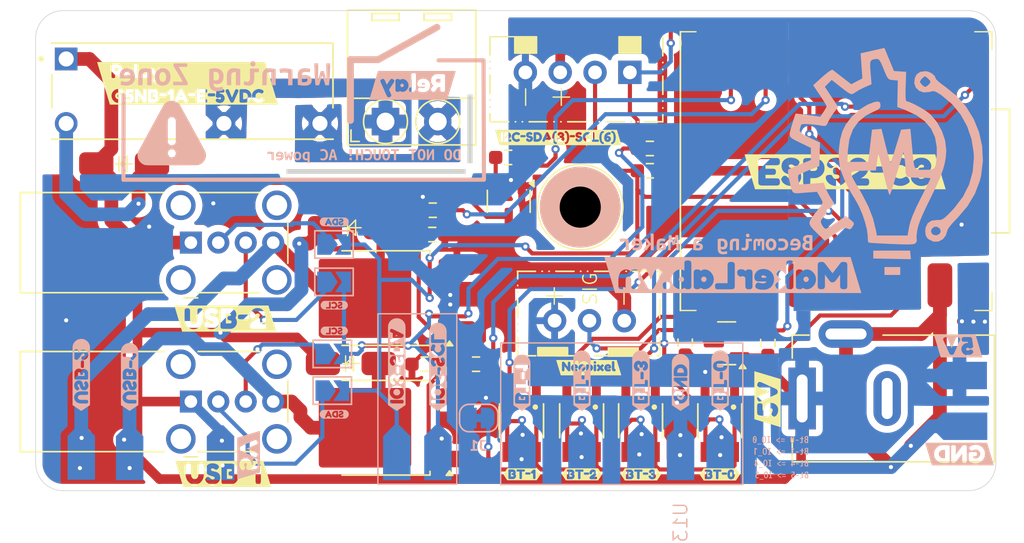
<source format=kicad_pcb>
(kicad_pcb (version 20240108) (generator "pcbnew") (generator_version "8.0")
  (layers (0 "F.Cu" signal) (31 "B.Cu" signal) (34 "B.Paste" user) (35 "F.Paste" user) (36 "B.SilkS" user "B.Silkscreen") (37 "F.SilkS" user "F.Silkscreen") (38 "B.Mask" user) (39 "F.Mask" user) (44 "Edge.Cuts" user))
  (net 0 "")
  (net 3 "GND")
  (net 4 "GPIO_10_Neopixel")
  (net 5 "GPIO_4")
  (net 6 "GPIO_21")
  (net 7 "GPIO_1")
  (net 8 "GPIO_0")
  (net 9 "GPIO_2")
  (net 10 "GPIO_20")
  (net 11 "Net-(J1-D-)")
  (net 12 "Net-(J1-D+)")
  (net 13 "Net-(D1-A)")
  (net 14 "Net-(D2-A)")
  (net 15 "Net-(D3-A)")
  (net 16 "Net-(J2-D+)")
  (net 17 "Net-(J2-D-)")
  (net 18 "GPIO_7")
  (net 19 "Net-(Q1-G)")
  (net 20 "Net-(Q2-G)")
  (net 21 "Net-(Q4-B)")
  (net 22 "3v3_Esp")
  (net 23 "Net-(J4-5V)")
  (net 24 "5v_power")
  (net 25 "Net-(SEAN_Mtiny_Terminal_3.81-Pin_2)")
  (net 26 "Net-(SEAN_Mtiny_Terminal_3.81-Pin_1)")
  (net 27 "GPIO_6-SCL")
  (net 29 "GPIO_3_SDA")
  (net 30 "GPIO_5")
  (net 39 "GND_Button")
  (footprint "Library:R_0603_1608Metric_Pad0.98x0.95mm_HandSolder" (layer "F.Cu") (at 166.375 104.225 90)
    (property "Reference" "R6" (hide yes))
    (property "Value" "10K")
  )
  (footprint "Library:R_0603_1608Metric_Pad0.98x0.95mm_HandSolder" (layer "F.Cu") (at 141.3455 105.775 180)
    (property "Reference" "R2" (hide yes))
    (property "Value" "10K" (hide yes))
  )
  (footprint "Library:R_0603_1608Metric_Pad0.98x0.95mm_HandSolder" (layer "F.Cu") (at 141.9125 96.325)
    (property "Reference" "R1" (hide yes))
    (property "Value" "10K" (hide yes))
  )
  (footprint "Library:SEAN_RELAY_HF46F" (layer "F.Cu") (at 124.425 85.875)
    (property "Reference" "K1" (hide yes))
    (property "Value" "SEAN_Relay_G5NB" (hide yes))
  )
  (footprint "Library:kibuzzard-66917505" (layer "F.Cu") (at 151.1 89.25)
    (property "Reference" "kibuzzard-66917505" (hide yes))
    (property "Value" "G***" (hide yes))
  )
  (footprint "Library:SEAN_Mtiny_Terminal_3.81" (layer "F.Cu") (at 138.5044 88.0889)
    (property "Reference" "SEAN_Mtiny_Terminal_3.81" (hide yes))
    (property "Value" "SEAN_Mtiny_Terminal_3.81")
  )
  (footprint "Library:SEAN_Diode_1N4007" (layer "F.Cu") (at 135.975 105.725)
    (property "Reference" "D2" (hide yes))
    (property "Value" "SEAN_D")
  )
  (footprint "Library:kibuzzard-66916E00" (layer "F.Cu") (at 126.675501 113.775)
    (property "Reference" "kibuzzard-66916E00" (hide yes))
    (property "Value" "G***" (hide yes))
  )
  (footprint "Library:kibuzzard-66915CF0" (layer "F.Cu") (at 172.01 91.75)
    (property "Reference" "kibuzzard-66915CF0" (hide yes))
    (property "Value" "G***" (hide yes))
  )
  (footprint "Library:SEAN_Diode_1N4007" (layer "F.Cu") (at 136.118 95.825)
    (property "Reference" "D1" (hide yes))
    (property "Value" "SEAN_D")
  )
  (footprint "Library:SEAN_Neopixel" (layer "F.Cu") (at 148.2917 102.604 90)
    (property "Reference" "J4" (hide yes))
    (property "Value" "SEAN_Neopixel")
  )
  (footprint "Library:kibuzzard-669170F7" (layer "F.Cu") (at 157.125 113.809514)
    (property "Reference" "kibuzzard-669170F7" (hide yes))
    (property "Value" "G***" (hide yes))
  )
  (footprint "Library:SEAN_MountingHole_3mm_isolated" (layer "F.Cu") (at 152.7 94.325)
    (property "Reference" "Hold_keep1" (hide yes))
    (property "Value" "MountingHole")
  )
  (footprint "Library:SEAN_Button_4.2x3.3_SMD_V1" (layer "F.Cu") (at 148.425 109.9 -90)
    (property "Reference" "S1" (hide yes))
    (property "Value" "SEAN_Button_4.2x3.3_SMD_V1" (hide yes))
  )
  (footprint "Library:SEAN_USB_A_90" (layer "F.Cu") (at 124.315 96.9125)
    (property "Reference" "J1" (hide yes))
    (property "Value" "SEAN_USB_A_90" (hide yes))
  )
  (footprint "Library:SEAN_Mtiny_I2C" (layer "F.Cu") (at 156.32 84.5015 -90)
    (property "Reference" "J5" (hide yes))
    (property "Value" "SEAN_MTINY_I2C")
  )
  (footprint "Library:kibuzzard-669170D7" (layer "F.Cu") (at 148.45 113.8)
    (property "Reference" "kibuzzard-669170D7" (hide yes))
    (property "Value" "G***" (hide yes))
  )
  (footprint "Library:SOT-23-3" (layer "F.Cu") (at 147.4875 93.9 -90)
    (property "Reference" "Q4" (hide yes))
    (property "Value" "S8050")
  )
  (footprint "Library:kibuzzard-66917101" (layer "F.Cu") (at 162.875 113.810015)
    (property "Reference" "kibuzzard-66917101" (hide yes))
    (property "Value" "G***" (hide yes))
  )
  (footprint "Library:R_0603_1608Metric_Pad0.98x0.95mm_HandSolder" (layer "F.Cu") (at 160.35 104.2 -90)
    (property "Reference" "R9" (hide yes))
    (property "Value" "10K")
  )
  (footprint "Library:R_0603_1608Metric_Pad0.98x0.95mm_HandSolder" (layer "F.Cu") (at 157.775 90.05)
    (property "Reference" "R11" (hide yes))
    (property "Value" "10K")
  )
  (footprint "Library:SEAN_USB_A_90" (layer "F.Cu") (at 124.315 108.5)
    (property "Reference" "J2" (hide yes))
    (property "Value" "SEAN_USB_A_90" (hide yes))
  )
  (footprint "Library:kibuzzard-6691741D" (layer "F.Cu") (at 166.35 108.325 90)
    (property "Reference" "kibuzzard-6691741D" (hide yes))
    (property "Value" "G***" (hide yes))
  )
  (footprint "Library:SEAN_MOSFET_AOD4184" (layer "F.Cu") (at 138.438 110.4075)
    (property "Reference" "Q2" (hide yes))
    (property "Value" "SEAN_MOSFET_AOD4184" (hide yes))
  )
  (footprint "Library:SEAN_Diode_1N4007" (layer "F.Cu") (at 119.45 91.175)
    (property "Reference" "D3" (hide yes))
    (property "Value" "SEAN_D")
  )
  (footprint "Library:SEAN_Button_4.2x3.3_SMD_V1" (layer "F.Cu") (at 157.1 109.9 -90)
    (property "Reference" "S3" (hide yes))
    (property "Value" "SEAN_Button_4.2x3.3_SMD_V1" (hide yes))
  )
  (footprint "Library:SEAN_ESP32-C3_SUPERMINI" (layer "F.Cu") (at 172.57 91.7 -90)
    (property "Reference" "U1" (hide yes))
    (property "Value" "SEAN_ESP32-C3_SUPERMINI" (hide yes))
  )
  (footprint "Library:kibuzzard-66916DF7" (layer "F.Cu") (at 126.825 102.45)
    (property "Reference" "kibuzzard-66916DF7" (hide yes))
    (property "Value" "G***" (hide yes))
  )
  (footprint "Library:kibuzzard-66916E83" (layer "F.Cu") (at 153.321582 106.028291)
    (property "Reference" "kibuzzard-66916E83" (hide yes))
    (property "Value" "G***" (hide yes))
  )
  (footprint "Library:R_0603_1608Metric_Pad0.98x0.95mm_HandSolder" (layer "F.Cu") (at 141.95 94.55)
    (property "Reference" "R4" (hide yes))
    (property "Value" "100")
  )
  (footprint "Library:kibuzzard-669170EF" (layer "F.Cu") (at 152.825 113.804507)
    (property "Reference" "kibuzzard-669170EF" (hide yes))
    (property "Value" "G***" (hide yes))
  )
  (footprint "Library:SEAN_Button_4.2x3.3_SMD_V1" (layer "F.Cu") (at 162.875 109.9 -90)
    (property "Reference" "S4" (hide yes))
    (property "Value" "SEAN_Button_4.2x3.3_SMD_V1" (hide yes))
  )
  (footprint "Library:SEAN_MOSFET_AOD4184" (layer "F.Cu") (at 138.438 100.9575)
    (property "Reference" "Q1" (hide yes))
    (property "Value" "SEAN_MOSFET_AOD4184" (hide yes))
  )
  (footprint "Library:kibuzzard-66915CB6" (layer "F.Cu") (at 124.075 85.3)
    (property "Reference" "kibuzzard-66915CB6" (hide yes))
    (property "Value" "G***" (hide yes))
  )
  (footprint "Library:SEAN_MOSFET_bss138" (layer "F.Cu") (at 163.375 104.25 180)
    (property "Reference" "Q5" (hide yes))
    (property "Value" "SEAN_MOSFET_bss138")
  )
  (footprint "Library:R_0603_1608Metric_Pad0.98x0.95mm_HandSolder" (layer "F.Cu") (at 157.775 91.675)
    (property "Reference" "R7" (hide yes))
    (property "Value" "10K")
  )
  (footprint "Library:SEAN_Button_4.2x3.3_SMD_V1" (layer "F.Cu") (at 152.8 109.9 -90)
    (property "Reference" "S2" (hide yes))
    (property "Value" "SEAN_Button_4.2x3.3_SMD_V1" (hide yes))
  )
  (footprint "Library:R_0603_1608Metric_Pad0.98x0.95mm_HandSolder" (layer "F.Cu") (at 145.1055 105.775)
    (property "Reference" "R5" (hide yes))
    (property "Value" "100")
  )
  (footprint "Library:SEAN_Jack_DC_5,5_uno_" (layer "F.Cu") (at 168.875 108.275 180)
    (property "Reference" "J3" (hide yes))
    (property "Value" "SEAN_Jack_DC_5,5_uno")
  )
  (footprint "Library:R_0603_1608Metric_Pad0.98x0.95mm_HandSolder" (layer "F.Cu") (at 147.45 90.7 180)
    (property "Reference" "R3" (hide yes))
    (property "Value" "4.7K" (hide yes))
  )
  (footprint "Library:Alert" (layer "B.Cu") (at 122.925 88.925 180)
    (property "Reference" "G***" (hide yes))
    (property "Value" "LOGO" (hide yes))
  )
  (footprint "Library:kibuzzard-66915B77" (layer "B.Cu") (at 180.25 104.45 180)
    (property "Reference" "kibuzzard-66915B77" (hide yes))
    (property "Value" "G***" (hide yes))
  )
  (footprint "Library:SEAN_Hand_Solderring" (layer "B.Cu") (at 180.35 106.6)
    (property "Reference" "U5" (hide yes))
    (property "Value" "~" (hide yes))
  )
  (footprint "Library:kibuzzard-66940CA3" (layer "B.Cu") (at 162.6 97 180)
    (property "Reference" "kibuzzard-66940CA3" (hide yes))
    (property "Value" "G***" (hide yes))
  )
  (footprint "Library:SolderJumper-2_P1.3mm_Open_TrianglePad1.0x1.5mm" (layer "B.Cu") (at 134.625 107.7)
    (property "Reference" "JP2" (hide yes))
    (property "Value" "SolderJumper_2_Open")
  )
  (footprint "Library:SEAN_Hand_Solderring" (layer "B.Cu") (at 160.0125 112.225 -90)
    (property "Reference" "U13")
    (property "Value" "~")
  )
  (footprint "Library:kibuzzard-66935D98" (layer "B.Cu") (at 134.767597 95.4 180)
    (property "Reference" "kibuzzard-66935D98" (hide yes))
    (property "Value" "G***" (hide yes))
  )
  (footprint "Library:SEAN_Hand_Solderring" (layer "B.Cu") (at 157.125 112.225 -90)
    (property "Reference" "U4" (hide yes))
    (property "Value" "~" (hide yes))
  )
  (footprint "Library:SEAN_Hand_Solderring" (layer "B.Cu") (at 142.325 112.225 -90)
    (property "Reference" "U12" (hide yes))
    (property "Value" "~")
  )
  (footprint "Library:SEAN_Hand_Solderring" (layer "B.Cu") (at 139.325 112.225 -90)
    (property "Reference" "U11" (hide yes))
    (property "Value" "~")
  )
  (footprint "Library:kibuzzard-66916D4E" (layer "B.Cu") (at 163.825 99.275 180)
    (property "Reference" "kibuzzard-66916D4E" (hide yes))
    (property "Value" "G***" (hide yes))
  )
  (footprint "Library:kibuzzard-669409A1" (layer "B.Cu") (at 145.3 111.7 180)
    (property "Reference" "kibuzzard-669409A1" (hide yes))
    (property "Value" "G***" (hide yes))
  )
  (footprint "Library:SolderJumper-2_P1.3mm_Open_TrianglePad1.0x1.5mm" (layer "B.Cu") (at 134.75 99.775)
    (property "Reference" "JP4" (hide yes))
    (property "Value" "SolderJumper_2_Open")
  )
  (footprint "Library:kibuzzard-66935E99" (layer "B.Cu") (at 126.8 84.775 180)
    (property "Reference" "kibuzzard-66935E99" (hide yes))
    (property "Value" "G***" (hide yes))
  )
  (footprint "Library:kibuzzard-66920A01" (layer "B.Cu") (at 160.0125 107.106497 90)
    (property "Reference" "kibuzzard-66920A01" (hide yes))
    (property "Value" "G***" (hide yes))
  )
  (footprint "Library:SEAN_Hand_Solderring" (layer "B.Cu") (at 162.9 112.225 -90)
    (property "Reference" "U2" (hide yes))
    (property "Value" "~")
  )
  (footprint "Library:SEAN_Hand_Solderring" (layer "B.Cu") (at 148.45 112.225 -90)
    (property "Reference" "U6" (hide yes))
    (property "Value" "~" (hide yes))
  )
  (footprint "Library:SolderJumper-2_P1.3mm_Open_TrianglePad1.0x1.5mm" (layer "B.Cu") (at 134.75 97.05)
    (property "Reference" "JP3" (hide yes))
    (property "Value" "SolderJumper_2_Open")
  )
  (footprint "Library:ONLY_LOGO_MAKERLAB" (layer "B.Cu") (at 174.975 91.025 180)
    (property "Reference" "G***" (hide yes))
    (property "Value" "LOGO" (hide yes))
  )
  (footprint "Library:kibuzzard-66938FC6" (layer "B.Cu") (at 136.925 90.6 180)
    (property "Reference" "kibuzzard-66938FC6" (hide yes))
    (property "Value" "G***" (hide yes))
  )
  (footprint "Library:SolderJumper-2_P1.3mm_Open_TrianglePad1.0x1.5mm" (layer "B.Cu") (at 134.625 105.025)
    (property "Reference" "JP1" (hide yes))
    (property "Value" "SolderJumper_2_Open")
  )
  (footprint "Library:kibuzzard-66935DA9" (layer "B.Cu") (at 134.767597 101.475 180)
    (property "Reference" "kibuzzard-66935DA9" (hide yes))
    (property "Value" "G***" (hide yes))
  )
  (footprint "Library:SEAN_Hand_Solderring" (layer "B.Cu") (at 119.85 112.225 -90)
    (property "Reference" "U9" (hide yes))
    (property "Value" "~" (hide yes))
  )
  (footprint "Library:SolderJumper-2_P1.3mm_Bridged_RoundedPad1.0x1.5mm" (layer "B.Cu") (at 145.3 109.7 180)
    (property "Reference" "JP5" (hide yes))
    (property "Value" "SolderJumper_2_Bridged")
  )
  (footprint "Library:kibuzzard-66915B67" (layer "B.Cu") (at 180.35 112.325 180)
    (property "Reference" "kibuzzard-66915B67" (hide yes))
    (property "Value" "G***" (hide yes))
  )
  (footprint "Library:kibuzzard-66940ABD" (layer "B.Cu") (at 148.45 107.130699 90)
    (property "Reference" "kibuzzard-66940ABD" (hide yes))
    (property "Value" "G***" (hide yes))
  )
  (footprint "Library:kibuzzard-66915BCA" (layer "B.Cu") (at 119.85 106.70521 90)
    (property "Reference" "kibuzzard-66915BCA" (hide yes))
    (property "Value" "G***" (hide yes))
  )
  (footprint "Library:kibuzzard-669206A7" (layer "B.Cu") (at 142.325 105.966416 90)
    (property "Reference" "kibuzzard-669206A7" (hide yes))
    (property "Value" "G***" (hide yes))
  )
  (footprint "Library:SEAN_Hand_Solderring" (layer "B.Cu") (at 152.825 112.225 -90)
    (property "Reference" "U7" (hide yes))
    (property "Value" "~" (hide yes))
  )
  (footprint "Library:kibuzzard-66917287" (layer "B.Cu") (at 128.525 112.4 90)
    (property "Reference" "kibuzzard-66917287" (hide yes))
    (property "Value" "G***" (hide yes))
  )
  (footprint "Library:kibuzzard-66935D98" (layer "B.Cu") (at 134.767597 109.425 180)
    (property "Reference" "kibuzzard-66935D98" (hide yes))
    (property "Value" "G***" (hide yes))
  )
  (footprint "Library:SEAN_Hand_Solderring" (layer "B.Cu") (at 180.375 110.3)
    (property "Reference" "U8" (hide yes))
    (property "Value" "~" (hide yes))
  )
  (footprint "Library:SEAN_Hand_Solderring" (layer "B.Cu") (at 126.475 112.225 -90)
    (property "Reference" "U3" (hide yes))
    (property "Value" "~")
  )
  (footprint "Library:kibuzzard-66920690" (layer "B.Cu") (at 139.325 105.801657 90)
    (property "Reference" "kibuzzard-66920690" (hide yes))
    (property "Value" "G***" (hide yes))
  )
  (footprint "Library:kibuzzard-66915A71" (layer "B.Cu") (at 162.9 106.975 90)
    (property "Reference" "kibuzzard-66915A71" (hide yes))
    (property "Value" "G***" (hide yes))
  )
  (footprint "Library:kibuzzard-66940BD0" (layer "B.Cu") (at 167.3 112.6 180)
    (property "Reference" "kibuzzard-66940BD0" (hide yes))
    (property "Value" "G***" (hide yes))
  )
  (footprint "Library:SEAN_Hand_Solderring" (layer "B.Cu") (at 116.325 112.2 -90)
    (property "Reference" "U10" (hide yes))
    (property "Value" "~" (hide yes))
  )
  (footprint "Library:kibuzzard-66916FF3" (layer "B.Cu") (at 140.475 85.45 180)
    (property "Reference" "kibuzzard-66916FF3" (hide yes))
    (property "Value" "G***" (hide yes))
  )
  (footprint "Library:kibuzzard-66915BD3" (layer "B.Cu") (at 116.325 106.555711 90)
    (property "Reference" "kibuzzard-66915BD3" (hide yes))
    (property "Value" "G***" (hide yes))
  )
  (footprint "Library:kibuzzard-66915A63" (layer "B.Cu") (at 152.825 106.975835 90)
    (property "Reference" "kibuzzard-66915A63" (hide yes))
    (property "Value" "G***" (hide yes))
  )
  (footprint "Library:kibuzzard-66915A6A" (layer "B.Cu") (at 157.125 106.975596 90)
    (property "Reference" "kibuzzard-66915A6A" (hide yes))
    (property "Value" "G***" (hide yes))
  )
  (footprint "Library:kibuzzard-66935DA9" (layer "B.Cu") (at 134.767597 103.35 180)
    (property "Reference" "kibuzzard-66935DA9" (hide yes))
    (property "Value" "G***" (hide yes))
  )
  (gr_line (start 119.409375 86.175) (end 119.4 92.325) (stroke (width 0.3)) (layer "B.SilkS"))
  (gr_line (start 137.9625 83.575) (end 142.25625 81.2125) (stroke (width 0.5)) (layer "B.SilkS"))
  (gr_rect (start 146.9 104.225) (end 164.55 114.55) (stroke (width 0.1)) (fill none) (layer "B.SilkS"))
  (gr_line (start 135.95 83.575) (end 137.9625 83.575) (stroke (width 0.5)) (layer "B.SilkS"))
  (gr_line (start 142.36875 83.625) (end 145.65 83.625) (stroke (width 0.3)) (layer "B.SilkS"))
  (gr_line (start 119.4 92.325) (end 145.625 92.325) (stroke (width 0.3)) (layer "B.SilkS"))
  (gr_line (start 145.65 83.625) (end 145.68125 92.325) (stroke (width 0.3)) (layer "B.SilkS"))
  (gr_rect (start 137.95 102.1) (end 143.7 114.525) (stroke (width 0.1)) (fill none) (layer "B.SilkS"))
  (gr_line (start 135.95 83.575) (end 135.95 88) (stroke (width 0.5)) (layer "B.SilkS"))
  (gr_arc (start 183 113) (mid 182.414214 114.414214) (end 181 115) (stroke (width 0.05)) (layer "Edge.Cuts"))
  (gr_poly (pts (xy 144.475 86.120468) (xy 144.85 86.120468) (xy 144.85 91.125) (xy 144.475 91.125)) (fill solid) (layer "Edge.Cuts"))
  (gr_arc (start 113 82) (mid 113.585786 80.585786) (end 115 80) (stroke (width 0.05)) (layer "Edge.Cuts"))
  (gr_arc (start 181 80) (mid 182.414214 80.585786) (end 183 82) (stroke (width 0.05)) (layer "Edge.Cuts"))
  (gr_poly (pts (xy 131.279056 91.54973) (xy 144.35 91.54973) (xy 144.35 91.9) (xy 131.279056 91.9)) (fill solid) (layer "Edge.Cuts"))
  (gr_line (start 181 115) (end 115 115) (stroke (width 0.05)) (layer "Edge.Cuts"))
  (gr_arc (start 115 115) (mid 113.585786 114.414214) (end 113 113) (stroke (width 0.05)) (layer "Edge.Cuts"))
  (gr_line (start 183 82) (end 183 113) (stroke (width 0.05)) (layer "Edge.Cuts"))
  (gr_line (start 113 113) (end 113 82) (stroke (width 0.05)) (layer "Edge.Cuts"))
  (gr_line (start 115 80) (end 181 80) (stroke (width 0.05)) (layer "Edge.Cuts"))
  (segment (start 142.825 96.325) (end 145.975 96.325) (width 1) (layer "F.Cu") (net 3))
  (segment (start 172.075 103.575) (end 172 103.65) (width 1) (layer "F.Cu") (net 3))
  (segment (start 178.92 99.32) (end 178.92 109.605) (width 1) (layer "F.Cu") (net 3))
  (segment (start 145.675 101.81005) (end 145.289948 101.424998) (width 0.3) (layer "F.Cu") (net 3))
  (segment (start 145.289948 101.424998) (end 143.225 101.424998) (width 0.3) (layer "F.Cu") (net 3))
  (segment (start 146.825 97.175) (end 146.825 97.85) (width 1) (layer "F.Cu") (net 3))
  (segment (start 178.92 99.32) (end 178.92 102.205) (width 1) (layer "F.Cu") (net 3))
  (segment (start 172.075 109.999988) (end 175.350012 113.275) (width 1) (layer "F.Cu") (net 3))
  (segment (start 145.9975 98.6775) (end 143.708 98.6775) (width 1) (layer "F.Cu") (net 3))
  (segment (start 146.825 97.85) (end 148.65 99.675) (width 1) (layer "F.Cu") (net 3))
  (segment (start 154.65 99.675) (end 155.9117 100.9367) (width 1) (layer "F.Cu") (net 3))
  (segment (start 143.8055 108.225) (end 143.708 108.1275) (width 1) (layer "F.Cu") (net 3))
  (segment (start 148.65 99.675) (end 154.65 99.675) (width 1) (layer "F.Cu") (net 3))
  (segment (start 145.975 96.325) (end 146.825 97.175) (width 1) (layer "F.Cu") (net 3))
  (segment (start 140.433 105.775) (end 141.633 104.575) (width 0.3) (layer "F.Cu") (net 3))
  (segment (start 141.633 104.575) (end 145.125 104.575) (width 0.3) (layer "F.Cu") (net 3))
  (segment (start 143.225 99.1605) (end 143.708 98.6775) (width 1) (layer "F.Cu") (net 3))
  (segment (start 178.92 109.605) (end 176.8 111.725) (width 1) (layer "F.Cu") (net 3))
  (segment (start 178.92 102.205) (end 177.55 103.575) (width 1) (layer "F.Cu") (net 3))
  (segment (start 145.675 104.025) (end 145.675 101.81005) (width 0.3) (layer "F.Cu") (net 3))
  (segment (start 143.225 100.724995) (end 143.225 99.1605) (width 1) (layer "F.Cu") (net 3))
  (segment (start 145.825 108.225) (end 143.8055 108.225) (width 1) (layer "F.Cu") (net 3))
  (segment (start 145.125 104.575) (end 145.675 104.025) (width 0.3) (layer "F.Cu") (net 3))
  (segment (start 177.55 103.575) (end 172.075 103.575) (width 1) (layer "F.Cu") (net 3))
  (segment (start 148.024994 92.349994) (end 147.65 92.349994) (width 0.3) (layer "F.Cu") (net 3))
  (segment (start 155.9117 100.9367) (end 155.9117 102.604) (width 1) (layer "F.Cu") (net 3))
  (segment (start 172.075 103.575) (end 172.075 109.999988) (width 1) (layer "F.Cu") (net 3))
  (segment (start 146.825 97.85) (end 145.9975 98.6775) (width 1) (layer "F.Cu") (net 3))
  (segment (start 143.225 100.724995) (end 143.225 101.424998) (width 1) (layer "F.Cu") (net 3))
  (segment (start 148.4375 92.7625) (end 148.024994 92.349994) (width 0.3) (layer "F.Cu") (net 3))
  (via (at 159.750002 108.575) (size 0.6) (drill 0.3) (layers "F.Cu" "B.Cu") (net 3))
  (via (at 115.225 102.575) (size 0.6) (drill 0.3) (layers "F.Cu" "B.Cu") (net 3))
  (via (at 180.5 95.6) (size 0.6) (drill 0.3) (layers "F.Cu" "B.Cu") (net 3))
  (via (at 160 110.95) (size 0.6) (drill 0.3) (layers "F.Cu" "B.Cu") (net 3))
  (via (at 125.95 94.05) (size 0.6) (drill 0.3) (layers "F.Cu" "B.Cu") (net 3))
  (via (at 175.350012 113.275) (size 0.6) (drill 0.3) (layers "F.Cu" "B.Cu") (net 3))
  (via (at 121.275 95.75) (size 0.6) (drill 0.3) (layers "F.Cu" "B.Cu") (net 3))
  (via (at 176.8 111.725) (size 0.6) (drill 0.3) (layers "F.Cu" "B.Cu") (net 3))
  (via (at 143.225 101.424998) (size 0.6) (drill 0.3) (layers "F.Cu" "B.Cu") (net 3))
  (via (at 141.225 93.575) (size 0.6) (drill 0.3) (layers "F.Cu" "B.Cu") (net 3))
  (via (at 143.225 100.724995) (size 0.6) (drill 0.3) (layers "F.Cu" "B.Cu") (net 3))
  (via (at 145.825 108.225) (size 0.6) (drill 0.3) (layers "F.Cu" "B.Cu") (net 3))
  (via (at 159.975 112.4) (size 0.6) (drill 0.3) (layers "F.Cu" "B.Cu") (net 3))
  (via (at 147.65 92.349994) (size 0.6) (drill 0.3) (layers "F.Cu" "B.Cu") (net 3))
  (segment (start 140.25 94.55) (end 140.25 98.052082) (width 1) (layer "B.Cu") (net 3))
  (segment (start 165.55 108.775) (end 165.35 108.575) (width 1) (layer "B.Cu") (net 3))
  (segment (start 160 112.375) (end 159.975 112.4) (width 1) (layer "B.Cu") (net 3))
  (segment (start 122.3 92.4) (end 121.625 93.075) (width 0.15) (layer "B.Cu") (net 3))
  (segment (start 155.225 108.575) (end 159.374999 108.575001) (width 1) (layer "B.Cu") (net 3))
  (segment (start 148.7 91.3) (end 148.7 84.5015) (width 1) (layer "B.Cu") (net 3))
  (segment (start 159.374999 108.575001) (end 159.675003 108.575001) (width 0.3) (layer "B.Cu") (net 3))
  (segment (start 150.174998 108.55) (end 150.224999 108.600001) (width 1) (layer "B.Cu") (net 3))
  (segment (start 141.225 93.575) (end 141.35 93.45) (width 1) (layer "B.Cu") (net 3))
  (segment (start 178.325012 110.3) (end 175.350012 113.275) (width 1) (layer "B.Cu") (net 3))
  (segment (start 148.25 108.55) (end 150.174998 108.55) (width 1) (layer "B.Cu") (net 3))
  (segment (start 143.225 103.525) (end 143.225 101.424998) (width 1) (layer "B.Cu") (net 3))
  (segment (start 143.225 101.027082) (end 143.225 101.424998) (width 1) (layer "B.Cu") (net 3))
  (segment (start 141.35 93.45) (end 146.55 93.45) (width 1) (layer "B.Cu") (net 3))
  (segment (start 141.225 93.575) (end 140.25 94.55) (width 1) (layer "B.Cu") (net 3))
  (segment (start 121.625 95.4) (end 121.275 95.75) (width 0.15) (layer "B.Cu") (net 3))
  (segment (start 180.375 110.3) (end 178.325012 110.3) (width 1) (layer "B.Cu") (net 3))
  (segment (start 146.327 106.627) (end 146.327 107.723) (width 1) (layer "B.Cu") (net 3))
  (segment (start 140.25 98.052082) (end 143.225 101.027082) (width 1) (layer "B.Cu") (net 3))
  (segment (start 124.75 92.4) (end 122.3 92.4) (width 0.15) (layer "B.Cu") (net 3))
  (segment (start 150.224999 108.600001) (end 150.749999 108.600001) (width 0.3) (layer "B.Cu") (net 3))
  (segment (start 155.225 108.575) (end 155.2 108.55) (width 1) (layer "B.Cu") (net 3))
  (segment (start 146.327 107.723) (end 145.825 108.225) (width 1) (layer "B.Cu") (net 3))
  (segment (start 160 108.575001) (end 159.374999 108.575001) (width 1) (layer "B.Cu") (net 3))
  (segment (start 150.749999 108.600001) (end 150.75 108.6) (width 0.3) (layer "B.Cu") (net 3))
  (segment (start 121.625 93.075) (end 121.625 95.4) (width 0.15) (layer "B.Cu") (net 3))
  (segment (start 166.975 113.275) (end 175.350012 113.275) (width 1) (layer "B.Cu") (net 3))
  (segment (start 160.0125 112.225) (end 160.0125 112.3625) (width 1) (layer "B.Cu") (net 3))
  (segment (start 165.55 111.85) (end 165.55 108.775) (width 1) (layer "B.Cu") (net 3))
  (segment (start 165.35 108.575) (end 160 108.575001) (width 1) (layer "B.Cu") (net 3))
  (segment (start 125.95 93.6) (end 124.75 92.4) (width 0.15) (layer "B.Cu") (net 3))
  (segment (start 146.327 106.627) (end 143.225 103.525) (width 1) (layer "B.Cu") (net 3))
  (segment (start 160.0125 108.587501) (end 160 108.575001) (width 1) (layer "B.Cu") (net 3))
  (segment (start 146.327 106.627) (end 148.25 108.55) (width 1) (layer "B.Cu") (net 3))
  (segment (start 165.55 111.85) (end 166.975 113.275) (width 1) (layer "B.Cu") (net 3))
  (segment (start 125.95 94.05) (end 125.95 93.6) (width 0.15) (layer "B.Cu") (net 3))
  (segment (start 160.0125 112.3625) (end 159.975 112.4) (width 1) (layer "B.Cu") (net 3))
  (segment (start 160 110.95) (end 160.0125 108.587501) (width 1) (layer "B.Cu") (net 3))
  (segment (start 146.55 93.45) (end 148.7 91.3) (width 1) (layer "B.Cu") (net 3))
  (segment (start 155.2 108.55) (end 150.275 108.55) (width 1) (layer "B.Cu") (net 3))
  (segment (start 150.275 108.55) (end 150.224999 108.600001) (width 1) (layer "B.Cu") (net 3))
  (segment (start 159.675003 108.575001) (end 159.750002 108.65) (width 0.3) (layer "B.Cu") (net 3))
  (segment (start 160 110.95) (end 160 112.375) (width 1) (layer "B.Cu") (net 3))
  (segment (start 155.225 108.575) (end 154.95 108.575) (width 0.3) (layer "B.Cu") (net 3))
  (segment (start 169.4 89) (end 169.4 87) (width 0.3) (layer "F.Cu") (net 4))
  (segment (start 164.3125 103.3) (end 166.3625 103.3) (width 0.3) (layer "F.Cu") (net 4))
  (segment (start 168.76 86.36) (end 168.76 84.08) (width 0.3) (layer "F.Cu") (net 4))
  (segment (start 169.4 87) (end 168.76 86.36) (width 0.3) (layer "F.Cu") (net 4))
  (segment (start 166.3625 103.3) (end 166.375 103.3125) (width 0.3) (layer "F.Cu") (net 4))
  (segment (start 166.375 103.3125) (end 167.4875 103.3125) (width 0.3) (layer "F.Cu") (net 4))
  (segment (start 167.4875 103.3125) (end 167.8 103) (width 0.3) (layer "F.Cu") (net 4))
  (via (at 167.8 103) (size 0.6) (drill 0.3) (layers "F.Cu" "B.Cu") (net 4))
  (via (at 169.4 89) (size 0.6) (drill 0.3) (layers "F.Cu" "B.Cu") (net 4))
  (segment (start 167.8 103) (end 167.8 99.4) (width 0.3) (layer "B.Cu") (net 4))
  (segment (start 167.8 99.4) (end 171.8 95.4) (width 0.3) (layer "B.Cu") (net 4))
  (segment (start 171.8 95.4) (end 171.8 91.4) (width 0.3) (layer "B.Cu") (net 4))
  (segment (start 171.8 91.4) (end 169.4 89) (width 0.3) (layer "B.Cu") (net 4))
  (segment (start 158.825 104.25) (end 158.825 106.325) (width 0.3) (layer "F.Cu") (net 5))
  (segment (start 161.825 109.325) (end 161.825 109.75) (width 0.3) (layer "F.Cu") (net 5))
  (segment (start 173.84 97.44) (end 171 94.6) (width 0.3) (layer "F.Cu") (net 5))
  (segment (start 161.825 110.1) (end 162.125002 109.799998) (width 0.3) (layer "F.Cu") (net 5))
  (segment (start 161.825 109.75) (end 161.825 110.1) (width 0.3) (layer "F.Cu") (net 5))
  (segment (start 171 94.6) (end 170.8 94.6) (width 0.3) (layer "F.Cu") (net 5))
  (segment (start 161.825 112.15) (end 161.8 112.175) (width 0.3) (layer "F.Cu") (net 5))
  (segment (start 161.8 107.625) (end 161.825 107.65) (width 0.3) (layer "F.Cu") (net 5))
  (segment (start 162.125002 109.799998) (end 162.85 109.799998) (width 0.3) (layer "F.Cu") (net 5))
  (segment (start 161.825 107.65) (end 161.825 109.75) (width 0.3) (layer "F.Cu") (net 5))
  (segment (start 161.825 110.1) (end 161.825 112.15) (width 0.3) (layer "F.Cu") (net 5))
  (segment (start 173.84 99.32) (end 173.84 97.44) (width 0.3) (layer "F.Cu") (net 5))
  (segment (start 158.825 106.325) (end 161.825 109.325) (width 0.3) (layer "F.Cu") (net 5))
  (via (at 158.825 104.25) (size 0.6) (drill 0.3) (layers "F.Cu" "B.Cu") (net 5))
  (via (at 163 111.1) (size 0.6) (drill 0.3) (layers "F.Cu" "B.Cu") (net 5))
  (via (at 162.9 112.4) (size 0.6) (drill 0.3) (layers "F.Cu" "B.Cu") (net 5))
  (via (at 170.8 94.6) (size 0.6) (drill 0.3) (layers "F.Cu" "B.Cu") (net 5))
  (via (at 162.85 109.799998) (size 0.6) (drill 0.3) (layers "F.Cu" "B.Cu") (net 5))
  (segment (start 163 111.1) (end 162.9 111) (width 0.3) (layer "B.Cu") (net 5))
  (segment (start 162.9 111) (end 162.9 109.849998) (width 0.3) (layer "B.Cu") (net 5))
  (segment (start 162.9 109.849998) (end 162.85 109.799998) (width 0.3) (layer "B.Cu") (net 5))
  (segment (start 162.7 94.6) (end 170.8 94.6) (width 0.3) (layer "B.Cu") (net 5))
  (segment (start 158.825 104.25) (end 158.825 98.475) (width 0.3) (layer "B.Cu") (net 5))
  (segment (start 162.9 112.225) (end 162.9 111.2) (width 0.3) (layer "B.Cu") (net 5))
  (segment (start 162.9 111.2) (end 163 111.1) (width 0.3) (layer "B.Cu") (net 5))
  (segment (start 158.825 98.475) (end 162.7 94.6) (width 0.3) (layer "B.Cu") (net 5))
  (segment (start 163.68 86.355) (end 163.7 86.375) (width 0.3) (layer "F.Cu") (net 6))
  (segment (start 148.9625 91.3) (end 150.3 91.3) (width 0.3) (layer "F.Cu") (net 6))
  (segment (start 148.3625 90.7) (end 148.9625 91.3) (width 0.3) (layer "F.Cu") (net 6))
  (segment (start 150.3 91.3) (end 150.9 90.7) (width 0.3) (layer "F.Cu") (net 6))
  (segment (start 163.68 84.08) (end 163.68 86.355) (width 0.3) (layer "F.Cu") (net 6))
  (segment (start 150.9 90.7) (end 150.9 90.1) (width 0.3) (layer "F.Cu") (net 6))
  (via (at 163.690004 86.525) (size 0.6) (drill 0.3) (layers "F.Cu" "B.Cu") (net 6))
  (via (at 150.9 90.1) (size 0.6) (drill 0.3) (layers "F.Cu" "B.Cu") (net 6))
  (segment (start 152.15 86.525) (end 150.9 87.775) (width 0.3) (layer "B.Cu") (net 6))
  (segment (start 150.9 87.775) (end 150.9 90.1) (width 0.3) (layer "B.Cu") (net 6))
  (segment (start 163.690004 86.525) (end 152.15 86.525) (width 0.3) (layer "B.Cu") (net 6))
  (segment (start 166.22 99.32) (end 166.22 101.105) (width 0.3) (layer "F.Cu") (net 7))
  (segment (start 151.75 107.65) (end 151.75 110.1) (width 0.3) (layer "F.Cu") (net 7))
  (segment (start 165 102.325) (end 158.55 102.325) (width 0.3) (layer "F.Cu") (net 7))
  (segment (start 152.575 110.1) (end 152.825 109.85) (width 0.3) (layer "F.Cu") (net 7))
  (segment (start 166.22 101.105) (end 165 102.325) (width 0.3) (layer "F.Cu") (net 7))
  (segment (start 158.55 102.325) (end 156.95 103.925) (width 0.3) (layer "F.Cu") (net 7))
  (segment (start 151.75 110.1) (end 152.575 110.1) (width 0.3) (layer "F.Cu") (net 7))
  (segment (start 151.725 105.81005) (end 151.725 107.625) (width 0.3) (layer "F.Cu") (net 7))
  (segment (start 156.95 103.925) (end 153.61005 103.925) (width 0.3) (layer "F.Cu") (net 7))
  (segment (start 151.75 112.15) (end 151.725 112.175) (width 0.3) (layer "F.Cu") (net 7))
  (segment (start 151.725 107.625) (end 151.75 107.65) (width 0.3) (layer "F.Cu") (net 7))
  (segment (start 153.61005 103.925) (end 151.725 105.81005) (width 0.3) (layer "F.Cu") (net 7))
  (segment (start 151.75 110.1) (end 151.75 112.15) (width 0.3) (layer "F.Cu") (net 7))
  (via (at 152.825 109.85) (size 0.6) (drill 0.3) (layers "F.Cu" "B.Cu") (net 7))
  (via (at 152.75 110.825) (size 0.6) (drill 0.3) (layers "F.Cu" "B.Cu") (net 7))
  (via (at 152.8 112.55) (size 0.6) (drill 0.3) (layers "F.Cu" "B.Cu") (net 7))
  (segment (start 152.825 112.225) (end 152.825 110.9) (width 0.3) (layer "B.Cu") (net 7))
  (segment (start 152.825 110.75) (end 152.825 109.85) (width 0.3) (layer "B.Cu") (net 7))
  (segment (start 152.825 110.9) (end 152.75 110.825) (width 0.3) (layer "B.Cu") (net 7))
  (segment (start 152.75 110.825) (end 152.825 110.75) (width 0.3) (layer "B.Cu") (net 7))
  (segment (start 147.55 107.425) (end 147.35 107.625) (width 0.3) (layer "F.Cu") (net 8))
  (segment (start 163.675 99.315) (end 163.675 97.175) (width 0.3) (layer "F.Cu") (net 8))
  (segment (start 147.35 107.625) (end 147.375 107.65) (width 0.3) (layer "F.Cu") (net 8))
  (segment (start 147.375 107.65) (end 147.375 109.925) (width 0.3) (layer "F.Cu") (net 8))
  (segment (start 163.68 99.32) (end 163.675 99.315) (width 0.3) (layer "F.Cu") (net 8))
  (segment (start 148.375 109.925) (end 148.45 109.85) (width 0.3) (layer "F.Cu") (net 8))
  (segment (start 147.375 109.925) (end 147.375 112.15) (width 0.3) (layer "F.Cu") (net 8))
  (segment (start 163.675 97.175) (end 159.575 97.175) (width 0.3) (layer "F.Cu") (net 8))
  (segment (start 159.575 97.175) (end 156.95 99.8) (width 0.3) (layer "F.Cu") (net 8))
  (segment (start 147.375 109.925) (end 148.375 109.925) (width 0.3) (layer "F.Cu") (net 8))
  (segment (start 147.375 112.15) (end 147.35 112.175) (width 0.3) (layer "F.Cu") (net 8))
  (segment (start 147.55 105.65) (end 147.55 107.425) (width 0.3) (layer "F.Cu") (net 8))
  (via (at 148.45 109.85) (size 0.6) (drill 0.3) (layers "F.Cu" "B.Cu") (net 8))
  (via (at 156.95 99.8) (size 0.6) (drill 0.3) (layers "F.Cu" "B.Cu") (net 8))
  (via (at 148.5 110.925) (size 0.6) (drill 0.3) (layers "F.Cu" "B.Cu") (net 8))
  (via (at 148.425 112.7) (size 0.6) (drill 0.3) (layers "F.Cu" "B.Cu") (net 8))
  (via (at 147.55 105.65) (size 0.6) (drill 0.3) (layers "F.Cu" "B.Cu") (net 8))
  (segment (start 147.55 101.812594) (end 147.55 105.65) (width 0.3) (layer "B.Cu") (net 8))
  (segment (start 148.45 110.875) (end 148.45 109.85) (width 0.3) (layer "B.Cu") (net 8))
  (segment (start 148.45 110.975) (end 148.5 110.925) (width 0.3) (layer "B.Cu") (net 8))
  (segment (start 148.45 112.225) (end 148.45 110.975) (width 0.3) (layer "B.Cu") (net 8))
  (segment (start 149.062594 100.3) (end 147.55 101.812594) (width 0.3) (layer "B.Cu") (net 8))
  (segment (start 156.45 100.3) (end 149.062594 100.3) (width 0.3) (layer "B.Cu") (net 8))
  (segment (start 156.95 99.8) (end 156.45 100.3) (width 0.3) (layer "B.Cu") (net 8))
  (segment (start 148.5 110.925) (end 148.45 110.875) (width 0.3) (layer "B.Cu") (net 8))
  (segment (start 166.215009 84.084991) (end 166.215009 86.524995) (width 0.3) (layer "F.Cu") (net 10))
  (segment (start 142.8625 94.55) (end 144.137075 94.55) (width 0.3) (layer "F.Cu") (net 10))
  (segment (start 166.22 84.08) (end 166.215009 84.084991) (width 0.3) (layer "F.Cu") (net 10))
  (segment (start 144.137075 94.55) (end 144.437075 94.85) (width 0.3) (layer "F.Cu") (net 10))
  (via (at 144.437075 94.85) (size 0.6) (drill 0.3) (layers "F.Cu" "B.Cu") (net 10))
  (via (at 166.215009 86.524995) (size 0.6) (drill 0.3) (layers "F.Cu" "B.Cu") (net 10))
  (segment (start 166.215009 86.524995) (end 165.190004 87.55) (width 0.3) (layer "B.Cu") (net 10))
  (segment (start 165.190004 87.55) (end 154.53995 87.55) (width 0.3) (layer "B.Cu") (net 10))
  (segment (start 154.53995 87.55) (end 147.23995 94.85) (width 0.3) (layer "B.Cu") (net 10))
  (segment (start 147.23995 94.85) (end 144.437075 94.85) (width 0.3) (layer "B.Cu") (net 10))
  (segment (start 131.797919 95.499999) (end 133.229999 95.499999) (width 0.3) (layer "B.Cu") (net 11))
  (segment (start 126.315 96.9125) (end 127.61 95.6175) (width 0.3) (layer "B.Cu") (net 11))
  (segment (start 134.025 96.295) (end 134.025 97.05) (width 0.3) (layer "B.Cu") (net 11))
  (segment (start 127.61 95.6175) (end 131.680418 95.6175) (width 0.3) (layer "B.Cu") (net 11))
  (segment (start 133.229999 95.499999) (end 134.025 96.295) (width 0.3) (layer "B.Cu") (net 11))
  (segment (start 131.680418 95.6175) (end 131.797919 95.499999) (width 0.3) (layer "B.Cu") (net 11))
  (segment (start 128.315 96.9125) (end 128.315 101.215) (width 0.3) (layer "F.Cu") (net 12))
  (segment (start 128.315 101.215) (end 129.65 102.55) (width 0.3) (layer "F.Cu") (net 12))
  (via (at 129.65 102.55) (size 0.6) (drill 0.3) (layers "F.Cu" "B.Cu") (net 12))
  (segment (start 132.005 102.55) (end 129.65 102.55) (width 0.3) (layer "B.Cu") (net 12))
  (segment (start 134.025 99.775) (end 134.025 100.53) (width 0.3) (layer "B.Cu") (net 12))
  (segment (start 134.025 100.53) (end 132.005 102.55) (width 0.3) (layer "B.Cu") (net 12))
  (segment (start 138.15 95.825) (end 138.15 99.8155) (width 0.6) (layer "F.Cu") (net 13))
  (segment (start 134.42023 100.9575) (end 137.008 100.9575) (width 1) (layer "F.Cu") (net 13))
  (segment (start 130.37523 96.9125) (end 134.42023 100.9575) (width 1) (layer "F.Cu") (net 13))
  (segment (start 130.315 96.9125) (end 130.37523 96.9125) (width 1) (layer "F.Cu") (net 13))
  (segment (start 138.15 99.8155) (end 137.008 100.9575) (width 0.6) (layer "F.Cu") (net 13))
  (via (at 116.35 111.15) (size 0.6) (drill 0.3) (layers "F.Cu" "B.Cu") (net 13))
  (via (at 116.225 113.35) (size 0.6) (drill 0.3) (layers "F.Cu" "B.Cu") (net 13))
  (segment (start 116.325 111.175) (end 116.325 112.2) (width 1) (layer "B.Cu") (net 13))
  (segment (start 124.127944 102.125) (end 121.225 102.125) (width 1) (layer "B.Cu") (net 13))
  (segment (start 116.325 111.125) (end 116.35 111.15) (width 1) (layer "B.Cu") (net 13))
  (segment (start 116.35 111.15) (end 116.325 111.175) (width 1) (layer "B.Cu") (net 13))
  (segment (start 126.727944 99.525) (end 124.127944 102.125) (width 1) (layer "B.Cu") (net 13))
  (segment (start 116.325 107.025) (end 116.325 111.125) (width 1) (layer "B.Cu") (net 13))
  (segment (start 121.225 102.125) (end 116.325 107.025) (width 1) (layer "B.Cu") (net 13))
  (segment (start 127.827944 99.525) (end 126.727944 99.525) (width 1) (layer "B.Cu") (net 13))
  (segment (start 130.315 96.9125) (end 130.315 97.037944) (width 1) (layer "B.Cu") (net 13))
  (segment (start 130.315 97.037944) (end 127.827944 99.525) (width 1) (layer "B.Cu") (net 13))
  (segment (start 138.007 109.4085) (end 137.008 110.4075) (width 1) (layer "F.Cu") (net 14))
  (segment (start 130.315 108.5) (end 131.65 108.5) (width 1) (layer "F.Cu") (net 14))
  (segment (start 138.007 105.725) (end 138.007 109.4085) (width 1) (layer "F.Cu") (net 14))
  (segment (start 132.3 109.15) (end 132.3 109.64) (width 1) (layer "F.Cu") (net 14))
  (segment (start 132.3 109.64) (end 133.0675 110.4075) (width 1) (layer "F.Cu") (net 14))
  (segment (start 131.65 108.5) (end 132.3 109.15) (width 1) (layer "F.Cu") (net 14))
  (segment (start 133.0675 110.4075) (end 137.008 110.4075) (width 1) (layer "F.Cu") (net 14))
  (via (at 119.85 113.35) (size 0.6) (drill 0.3) (layers "F.Cu" "B.Cu") (net 14))
  (via (at 119.45 111.275) (size 0.6) (drill 0.3) (layers "F.Cu" "B.Cu") (net 14))
  (segment (start 124.379364 103.9) (end 122.05 103.9) (width 1) (layer "B.Cu") (net 14))
  (segment (start 119.85 111.675) (end 119.85 112.225) (width 1) (layer "B.Cu") (net 14))
  (segment (start 126.770636 104.67358) (end 125.152944 104.67358) (width 1) (layer "B.Cu") (net 14))
  (segment (start 119.45 111.275) (end 119.85 111.675) (width 1) (layer "B.Cu") (net 14))
  (segment (start 130.315 108.217944) (end 126.770636 104.67358) (width 1) (layer "B.Cu") (net 14))
  (segment (start 119.85 106.1) (end 119.85 110.875) (width 1) (layer "B.Cu") (net 14))
  (segment (start 122.05 103.9) (end 119.85 106.1) (width 1) (layer "B.Cu") (net 14))
  (segment (start 125.152944 104.67358) (end 124.379364 103.9) (width 1) (layer "B.Cu") (net 14))
  (segment (start 119.85 110.875) (end 119.45 111.275) (width 1) (layer "B.Cu") (net 14))
  (segment (start 130.315 108.5) (end 130.315 108.217944) (width 1) (layer "B.Cu") (net 14))
  (segment (start 122.860792 92.553792) (end 143.403792 92.553792) (width 0.3) (layer "F.Cu") (net 15))
  (segment (start 145.8875 95.0375) (end 147.4875 95.0375) (width 0.3) (layer "F.Cu") (net 15))
  (segment (start 120.5 92.157) (end 120.5 94.075) (width 1) (layer "F.Cu") (net 15))
  (segment (start 121.482 91.175) (end 120.5 92.157) (width 1) (layer "F.Cu") (net 15))
  (segment (start 143.403792 92.553792) (end 145.8875 95.0375) (width 0.3) (layer "F.Cu") (net 15))
  (segment (start 121.482 91.175) (end 122.860792 92.553792) (width 0.3) (layer "F.Cu") (net 15))
  (via (at 120.5 94.075) (size 0.6) (drill 0.3) (layers "F.Cu" "B.Cu") (net 15))
  (segment (start 115.225 93.4) (end 116.675 94.85) (width 1) (layer "B.Cu") (net 15))
  (segment (start 115.225 88.225) (end 115.225 93.4) (width 1) (layer "B.Cu") (net 15))
  (segment (start 116.675 94.85) (end 119.725 94.85) (width 1) (layer "B.Cu") (net 15))
  (segment (start 119.725 94.85) (end 120.5 94.075) (width 1) (layer "B.Cu") (net 15))
  (segment (start 128.315 105.544859) (end 129.170023 104.689836) (width 0.3) (layer "F.Cu") (net 16))
  (segment (start 128.315 108.5) (end 128.315 105.544859) (width 0.3) (layer "F.Cu") (net 16))
  (via (at 129.170023 104.689836) (size 0.6) (drill 0.3) (layers "F.Cu" "B.Cu") (net 16))
  (segment (start 133.9 105.025) (end 133.219398 104.344398) (width 0.3) (layer "B.Cu") (net 16))
  (segment (start 133.219398 104.344398) (end 129.515461 104.344398) (width 0.3) (layer "B.Cu") (net 16))
  (segment (start 129.515461 104.344398) (end 129.170023 104.689836) (width 0.3) (layer "B.Cu") (net 16))
  (segment (start 131.95 113.025) (end 129.1 113.025) (width 0.3) (layer "B.Cu") (net 17))
  (segment (start 128.45 112.375) (end 128.45 111.1) (width 0.3) (layer "B.Cu") (net 17))
  (segment (start 133.9 111.075) (end 131.95 113.025) (width 0.3) (layer "B.Cu") (net 17))
  (segment (start 126.315 108.965) (end 126.315 108.5) (width 0.3) (layer "B.Cu") (net 17))
  (segment (start 129.1 113.025) (end 128.45 112.375) (width 0.3) (layer "B.Cu") (net 17))
  (segment (start 128.45 111.1) (end 126.315 108.965) (width 0.3) (layer "B.Cu") (net 17))
  (segment (start 133.9 107.7) (end 133.9 111.075) (width 0.3) (layer "B.Cu") (net 17))
  (segment (start 146.358332 105.434668) (end 146.358332 103.873148) (width 0.3) (layer "F.Cu") (net 18))
  (segment (start 146.018 105.775) (end 146.358332 105.434668) (width 0.3) (layer "F.Cu") (net 18))
  (segment (start 173.46 87) (end 171.999992 87) (width 0.3) (layer "F.Cu") (net 18))
  (segment (start 176.38 84.08) (end 173.46 87) (width 0.3) (layer "F.Cu") (net 18))
  (via (at 171.999992 87) (size 0.6) (drill 0.3) (layers "F.Cu" "B.Cu") (net 18))
  (via (at 146.358332 103.873148) (size 0.6) (drill 0.3) (layers "F.Cu" "B.Cu") (net 18))
  (segment (start 148.267893 99.35) (end 156.15 99.35) (width 0.3) (layer "B.Cu") (net 18))
  (segment (start 156.15 99.35) (end 168.7 86.8) (width 0.3) (layer "B.Cu") (net 18))
  (segment (start 171.799992 86.8) (end 171.999992 87) (width 0.3) (layer "B.Cu") (net 18))
  (segment (start 146.358332 103.873148) (end 146.358332 101.259561) (width 0.3) (layer "B.Cu") (net 18))
  (segment (start 146.358332 101.259561) (end 148.267893 99.35) (width 0.3) (layer "B.Cu") (net 18))
  (segment (start 168.7 86.8) (end 171.799992 86.8) (width 0.3) (layer "B.Cu") (net 18))
  (segment (start 140.925 96.4) (end 140.925 102.33995) (width 0.3) (layer "F.Cu") (net 19))
  (segment (start 141 96.325) (end 140.925 96.4) (width 0.3) (layer "F.Cu") (net 19))
  (segment (start 141 96.325) (end 141 94.5875) (width 0.3) (layer "F.Cu") (net 19))
  (segment (start 140.925 102.33995) (end 141.82255 103.2375) (width 0.3) (layer "F.Cu") (net 19))
  (segment (start 141.82255 103.2375) (end 143.708 103.2375) (width 0.3) (layer "F.Cu") (net 19))
  (segment (start 141 94.5875) (end 141.0375 94.55) (width 0.3) (layer "F.Cu") (net 19))
  (segment (start 143.708 112.6875) (end 141.9625 112.6875) (width 0.3) (layer "F.Cu") (net 20))
  (segment (start 141.65 107.325) (end 142.258 106.717) (width 0.3) (layer "F.Cu") (net 20))
  (segment (start 144.193 105.775) (end 142.258 105.775) (width 0.3) (layer "F.Cu") (net 20))
  (segment (start 141.9625 112.6875) (end 141.65 112.375) (width 0.3) (layer "F.Cu") (net 20))
  (segment (start 142.258 106.717) (end 142.258 105.775) (width 0.3) (layer "F.Cu") (net 20))
  (segment (start 141.65 112.375) (end 141.65 107.325) (width 0.3) (layer "F.Cu") (net 20))
  (segment (start 146.5375 92.7625) (end 146.5375 90.7) (width 0.3) (layer "F.Cu") (net 21))
  (segment (start 146.5375 92.6125) (end 146.5375 92.7625) (width 0.3) (layer "F.Cu") (net 21))
  (segment (start 161.7 91.675) (end 158.6875 91.675) (width 0.7) (layer "F.Cu") (net 22))
  (segment (start 170.175 102.225) (end 175.35 102.225) (width 0.3) (layer "F.Cu") (net 22))
  (segment (start 175.35 102.225) (end 176.38 101.195) (width 0.3) (layer "F.Cu") (net 22))
  (segment (start 151.24 84.5015) (end 151.24 83.135) (width 0.7) (layer "F.Cu") (net 22))
  (segment (start 157.275 82.025) (end 158.6875 83.4375) (width 0.7) (layer "F.Cu") (net 22))
  (segment (start 176.38 96.88) (end 171.175 91.675) (width 0.7) (layer "F.Cu") (net 22))
  (segment (start 152.35 82.025) (end 157.275 82.025) (width 0.7) (layer "F.Cu") (net 22))
  (segment (start 167.2625 105.1375) (end 170.175 102.225) (width 0.3) (layer "F.Cu") (net 22))
  (segment (start 158.6875 83.4375) (end 158.6875 91.675) (width 0.7) (layer "F.Cu") (net 22))
  (segment (start 176.38 101.195) (end 176.38 99.32) (width 0.3) (layer "F.Cu") (net 22))
  (segment (start 166.375 105.1375) (end 164.375 105.1375) (width 0.3) (layer "F.Cu") (net 22))
  (segment (start 164.375 105.1375) (end 164.3125 105.2) (width 0.3) (layer "F.Cu") (net 22))
  (segment (start 176.38 99.32) (end 176.38 96.88) (width 0.7) (layer "F.Cu") (net 22))
  (segment (start 158.6875 91.675) (end 158.6875 90.05) (width 0.3) (layer "F.Cu") (net 22))
  (segment (start 151.24 83.135) (end 152.35 82.025) (width 0.7) (layer "F.Cu") (net 22))
  (segment (start 166.375 105.1375) (end 167.2625 105.1375) (width 0.3) (layer "F.Cu") (net 22))
  (segment (start 171.175 91.675) (end 161.7 91.675) (width 0.7) (layer "F.Cu") (net 22))
  (segment (start 157.1 104.625) (end 153.9 104.625) (width 0.3) (layer "F.Cu") (net 23))
  (segment (start 158.4375 103.2875) (end 157.1 104.625) (width 0.3) (layer "F.Cu") (net 23))
  (segment (start 160.35 103.2875) (end 160.9875 103.2875) (width 0.3) (layer "F.Cu") (net 23))
  (segment (start 160.35 103.2875) (end 158.4375 103.2875) (width 0.3) (layer "F.Cu") (net 23))
  (segment (start 161.95 104.25) (end 162.4375 104.25) (width 0.3) (layer "F.Cu") (net 23))
  (segment (start 160.9875 103.2875) (end 161.95 104.25) (width 0.3) (layer "F.Cu") (net 23))
  (via (at 153.9 104.625) (size 0.6) (drill 0.3) (layers "F.Cu" "B.Cu") (net 23))
  (segment (start 153.3717 102.604) (end 153.3717 104.0967) (width 0.3) (layer "B.Cu") (net 23))
  (segment (start 153.3717 104.0967) (end 153.9 104.625) (width 0.3) (layer "B.Cu") (net 23))
  (segment (start 181.46 99.32) (end 181.46 102.5775) (width 0.7) (layer "F.Cu") (net 24))
  (segment (start 120.425 108.65) (end 120.425 103.225) (width 0.7) (layer "F.Cu") (net 24))
  (segment (start 181.3625 102.675) (end 182.15 102.675) (width 0.7) (layer "F.Cu") (net 24))
  (segment (start 118.518 85.125) (end 118.518 90.075) (width 1) (layer "F.Cu") (net 24))
  (segment (start 124.315 96.9125) (end 124.315001 96.912499) (width 0.7) (layer "F.Cu") (net 24))
  (segment (start 168.8 108.475) (end 168.8 112.95) (width 0.7) (layer "F.Cu") (net 24))
  (segment (start 126.475 103.47358) (end 120.67358 103.47358) (width 0.7) (layer "F.Cu") (net 24))
  (segment (start 117.418 91.175) (end 118.518 92.275) (width 1) (layer "F.Cu") (net 24))
  (segment (start 126.475 103.47358) (end 126.475038 103.47358) (width 1) (layer "F.Cu") (net 24))
  (segment (start 120.425 103.225) (end 120.425 98.8) (width 0.7) (layer "F.Cu") (net 24))
  (segment (start 181.3375 102.65) (end 181.3625 102.675) (width 0.7) (layer "F.Cu") (net 24))
  (segment (start 118.518 90.075) (end 117.418 91.175) (width 1) (layer "F.Cu") (net 24))
  (segment (start 118.518 92.275) (end 118.518 95.318) (width 1) (layer "F.Cu") (net 24))
  (segment (start 180.525 102.65) (end 181.3375 102.65) (width 0.7) (layer "F.Cu") (net 24))
  (segment (start 160.5875 105.1125) (end 161.8125 106.3375) (width 0.7) (layer "F.Cu") (net 24))
  (segment (start 115.225 83.525) (end 116.918 83.525) (width 1) (layer "F.Cu") (net 24))
  (segment (start 167.6 114.15) (end 122.025 114.15) (width 0.7) (layer "F.Cu") (net 24))
  (segment (start 181.46 102.5775) (end 181.3625 102.675) (width 0.7) (layer "F.Cu") (net 24))
  (segment (start 168.8 112.95) (end 167.6 114.15) (width 0.7) (layer "F.Cu") (net 24))
  (segment (start 160.35 105.1125) (end 160.5875 105.1125) (width 0.7) (layer "F.Cu") (net 24))
  (segment (start 120.575 108.5) (end 120.425 108.65) (width 0.7) (layer "F.Cu") (net 24))
  (segment (start 132.926231 96.984769) (end 132.215249 96.984769) (width 1) (layer "F.Cu") (net 24))
  (segment (start 120.425 98.8) (end 122.312501 96.912499) (width 0.7) (layer "F.Cu") (net 24))
  (segment (start 116.918 83.525) (end 118.518 85.125) (width 1) (layer "F.Cu") (net 24))
  (segment (start 120.112499 96.912499) (end 124.315002 96.912499) (width 1) (layer "F.Cu") (net 24))
  (segment (start 161.8125 106.3375) (end 166.6625 106.3375) (width 0.7) (layer "F.Cu") (net 24))
  (segment (start 120.67358 103.47358) (end 120.425 103.225) (width 0.7) (layer "F.Cu") (net 24))
  (segment (start 181.46 99.32) (end 181.46 101.715) (width 0.7) (layer "F.Cu") (net 24))
  (segment (start 120.425 112.55) (end 120.425 108.65) (width 0.7) (layer "F.Cu") (net 24))
  (segment (start 124.315001 96.912499) (end 124.315002 96.912499) (width 0.7) (layer "F.Cu") (net 24))
  (segment (start 132.043 103.825) (end 126.82642 103.825) (width 0.7) (layer "F.Cu") (net 24))
  (segment (start 133.943 105.725) (end 132.043 103.825) (width 0.7) (layer "F.Cu") (net 24))
  (segment (start 181.46 101.715) (end 180.525 102.65) (width 0.7) (layer "F.Cu") (net 24))
  (segment (start 126.82642 103.825) (end 126.475 103.47358) (width 0.7) (layer "F.Cu") (net 24))
  (segment (start 122.312501 96.912499) (end 124.315002 96.912499) (width 0.7) (layer "F.Cu") (net 24))
  (segment (start 124.315 108.5) (end 120.575 108.5) (width 0.7) (layer "F.Cu") (net 24))
  (segment (start 166.6625 106.3375) (end 168.8 108.475) (width 0.7) (layer "F.Cu") (net 24))
  (segment (start 134.086 95.825) (end 132.926231 96.984769) (width 1) (layer "F.Cu") (net 24))
  (segment (start 122.025 114.15) (end 120.425 112.55) (width 0.7) (layer "F.Cu") (net 24))
  (segment (start 118.518 95.318) (end 120.112499 96.912499) (width 1) (layer "F.Cu") (net 24))
  (via (at 126.575 111.35) (size 0.6) (drill 0.3) (layers "F.Cu" "B.Cu") (net 24))
  (via (at 182.2 102.675) (size 0.6) (drill 0.3) (layers "F.Cu" "B.Cu") (net 24))
  (via (at 180.525 102.65) (size 0.6) (drill 0.3) (layers "F.Cu" "B.Cu") (net 24))
  (via (at 126.625 113.15) (size 0.6) (drill 0.3) (layers "F.Cu" "B.Cu") (net 24))
  (via (at 126.475038 103.47358) (size 0.6) (drill 0.3) (layers "F.Cu" "B.Cu") (net 24))
  (via (at 161.8125 106.3375) (size 0.6) (drill 0.3) (layers "F.Cu" "B.Cu") (net 24))
  (via (at 132.215249 96.984769) (size 0.6) (drill 0.3) (layers "F.Cu" "B.Cu") (net 24))
  (via (at 181.3625 102.675) (size 0.6) (drill 0.3) (layers "F.Cu" "B.Cu") (net 24))
  (segment (start 132.375 97.14452) (end 132.215249 96.984769) (width 1) (layer "B.Cu") (net 24))
  (segment (start 126.475 110.66) (end 126.475 111.25) (width 0.7) (layer "B.Cu") (net 24))
  (segment (start 128.541118 101.4075) (end 131.32023 101.4075) (width 1) (layer "B.Cu") (net 24))
  (segment (start 126.475 111.45) (end 126.475 112.225) (width 0.7) (layer "B.Cu") (net 24))
  (segment (start 132.375 100.35273) (end 132.375 97.14452) (width 1) (layer "B.Cu") (net 24))
  (segment (start 131.32023 101.4075) (end 132.375 100.35273) (width 1) (layer "B.Cu") (net 24))
  (segment (start 126.475 111.25) (end 126.575 111.35) (width 0.7) (layer "B.Cu") (net 24))
  (segment (start 124.315 108.5) (end 126.475 110.66) (width 0.7) (layer "B.Cu") (net 24))
  (segment (start 126.475038 103.47358) (end 128.541118 101.4075) (width 1) (layer "B.Cu") (net 24))
  (segment (start 126.575 111.35) (end 126.475 111.45) (width 0.7) (layer "B.Cu") (net 24))
  (segment (start 156.8625 90.05) (end 155.85 90.05) (width 0.3) (layer "F.Cu") (net 27))
  (segment (start 155.85 90.05) (end 155.525 90.375) (width 0.3) (layer "F.Cu") (net 27))
  (segment (start 160.025 80.65) (end 159.3 81.375) (width 0.3) (layer "F.Cu") (net 27))
  (segment (start 178.92 81.07) (end 178.5 80.65) (width 0.3) (layer "F.Cu") (net 27))
  (segment (start 178.92 84.08) (end 178.92 81.07) (width 0.3) (layer "F.Cu") (net 27))
  (segment (start 156.8625 90.05) (end 156.875 90.0375) (width 0.3) (layer "F.Cu") (net 27))
  (segment (start 156.875 87.975) (end 156.32 87.42) (width 0.3) (layer "F.Cu") (net 27))
  (segment (start 156.875 90.0375) (end 156.875 87.975) (width 0.3) (layer "F.Cu") (net 27))
  (segment (start 156.32 87.42) (end 156.32 84.5015) (width 0.3) (layer "F.Cu") (net 27))
  (segment (start 141.675 102.1) (end 141.8625 102.2875) (width 0.3) (layer "F.Cu") (net 27))
  (segment (start 159.3 81.375) (end 159.3 82.375) (width 0.3) (layer "F.Cu") (net 27))
  (segment (start 178.5 80.65) (end 160.025 80.65) (width 0.3) (layer "F.Cu") (net 27))
  (segment (start 144.3375 102.2875) (end 144.55 102.075) (width 0.3) (layer "F.Cu") (net 27))
  (segment (start 141.8625 102.2875) (end 144.3375 102.2875) (width 0.3) (layer "F.Cu") (net 27))
  (segment (start 136.8 104.425) (end 136.775 104.4) (width 0.3) (layer "F.Cu") (net 27))
  (segment (start 140.15 104.425) (end 136.8 104.425) (width 0.3) (layer "F.Cu") (net 27))
  (via (at 144.55 102.075) (size 0.6) (drill 0.3) (layers "F.Cu" "B.Cu") (net 27))
  (via (at 142.6 111.2) (size 0.6) (drill 0.3) (layers "F.Cu" "B.Cu") (net 27))
  (via (at 159.3 82.375) (size 0.6) (drill 0.3) (layers "F.Cu" "B.Cu") (net 27))
  (via (at 136.775 104.4) (size 0.6) (drill 0.3) (layers "F.Cu" "B.Cu") (net 27))
  (via (at 140.15 104.425) (size 0.6) (drill 0.3) (layers "F.Cu" "B.Cu") (net 27))
  (via (at 155.525 90.375) (size 0.6) (drill 0.3) (layers "F.Cu" "B.Cu") (net 27))
  (via (at 141.675 102.1) (size 0.6) (drill 0.3) (layers "F.Cu" "B.Cu") (net 27))
  (segment (start 141.675 102.9) (end 141.675 102.1) (width 0.3) (layer "B.Cu") (net 27))
  (segment (start 135.35 105.025) (end 136.5 105.025) (width 0.3) (layer "B.Cu") (net 27))
  (segment (start 141.275 105.025) (end 142.325 106.075) (width 0.3) (layer "B.Cu") (net 27))
  (segment (start 157.225 95.775) (end 154.9 98.1) (width 0.3) (layer "B.Cu") (net 27))
  (segment (start 158.4985 84.5015) (end 156.32 84.5015) (width 0.3) (layer "B.Cu") (net 27))
  (segment (start 155.525 90.375) (end 157.225 92.075) (width 0.3) (layer "B.Cu") (net 27))
  (segment (start 154.9 98.1) (end 146.7 98.1) (width 0.3) (layer "B.Cu") (net 27))
  (segment (start 142.325 110.925) (end 142.6 111.2) (width 0.3) (layer "B.Cu") (net 27))
  (segment (start 136.5 105.025) (end 136.775 104.75) (width 0.3) (layer "B.Cu") (net 27))
  (segment (start 142.325 111.475) (end 142.325 112.225) (width 0.3) (layer "B.Cu") (net 27))
  (segment (start 146.7 98.1) (end 144.55 100.25) (width 0.3) (layer "B.Cu") (net 27))
  (segment (start 135.475 104.9) (end 135.475 99.775) (width 0.3) (layer "B.Cu") (net 27))
  (segment (start 135.35 105.025) (end 135.475 104.9) (width 0.3) (layer "B.Cu") (net 27))
  (segment (start 159.3 83.7) (end 158.4985 84.5015) (width 0.3) (layer "B.Cu") (net 27))
  (segment (start 159.3 82.375) (end 159.3 83.7) (width 0.3) (layer "B.Cu") (net 27))
  (segment (start 136.775 104.75) (end 136.775 104.4) (width 0.3) (layer "B.Cu") (net 27))
  (segment (start 140.15 104.425) (end 141.675 102.9) (width 0.3) (layer "B.Cu") (net 27))
  (segment (start 157.225 92.075) (end 157.225 95.775) (width 0.3) (layer "B.Cu") (net 27))
  (segment (start 140.675 104.425) (end 140.15 104.425) (width 0.3) (layer "B.Cu") (net 27))
  (segment (start 141.275 105.025) (end 140.675 104.425) (width 0.3) (layer "B.Cu") (net 27))
  (segment (start 142.325 106.075) (end 142.325 110.925) (width 0.3) (layer "B.Cu") (net 27))
  (segment (start 144.55 100.25) (end 144.55 102.075) (width 0.3) (layer "B.Cu") (net 27))
  (segment (start 142.6 111.2) (end 142.325 111.475) (width 0.3) (layer "B.Cu") (net 27))
  (segment (start 156.8625 93.0375) (end 156.8625 97.1625) (width 0.3) (layer "F.Cu") (net 29))
  (segment (start 155.425 91.675) (end 156.8625 91.675) (width 0.3) (layer "F.Cu") (net 29))
  (segment (start 156.8625 93.0375) (end 156.8625 91.675) (width 0.3) (layer "F.Cu") (net 29))
  (segment (start 141.725 100.95) (end 141.725 98.025) (width 0.3) (layer "F.Cu") (net 29))
  (segment (start 153.78 90.03) (end 155.425 91.675) (width 0.3) (layer "F.Cu") (net 29))
  (segment (start 156.8625 97.1625) (end 156.325 97.7) (width 0.3) (layer "F.Cu") (net 29))
  (segment (start 156.325 97.7) (end 149.2 97.7) (width 0.3) (layer "F.Cu") (net 29))
  (segment (start 171.3 99.32) (end 171.3 96.475) (width 0.3) (layer "F.Cu") (net 29))
  (segment (start 157.4 93.575) (end 156.8625 93.0375) (width 0.3) (layer "F.Cu") (net 29))
  (segment (start 171.3 96.475) (end 168.4 93.575) (width 0.3) (layer "F.Cu") (net 29))
  (segment (start 153.78 84.5015) (end 153.78 90.03) (width 0.3) (layer "F.Cu") (net 29))
  (segment (start 168.4 93.575) (end 157.4 93.575) (width 0.3) (layer "F.Cu") (net 29))
  (segment (start 149.2 97.7) (end 148.7 97.2) (width 0.3) (layer "F.Cu") (net 29))
  (via (at 148.7 97.2) (size 0.6) (drill 0.3) (layers "F.Cu" "B.Cu") (net 29))
  (via (at 141.725 100.95) (size 0.6) (drill 0.3) (layers "F.Cu" "B.Cu") (net 29))
  (via (at 141.725 98.025) (size 0.6) (drill 0.3) (layers "F.Cu" "B.Cu") (net 29))
  (segment (start 138.05 98.125) (end 138.05 99.625) (width 0.3) (layer "B.Cu") (net 29))
  (segment (start 139.325 109.15) (end 137.875 107.7) (width 0.3) (layer "B.Cu") (net 29))
  (segment (start 137.875 107.7) (end 135.35 107.7) (width 0.3) (layer "B.Cu") (net 29))
  (segment (start 136.975 97.05) (end 138.05 98.125) (width 0.3) (layer "B.Cu") (net 29))
  (segment (start 141.725 98.025) (end 142.65 97.1) (width 0.3) (layer "B.Cu") (net 29))
  (segment (start 135.475 97.05) (end 136.975 97.05) (width 0.3) (layer "B.Cu") (net 29))
  (segment (start 140.4 99.625) (end 141.725 100.95) (width 0.3) (layer "B.Cu") (net 29))
  (segment (start 142.65 97.1) (end 148.6 97.1) (width 0.3) (layer "B.Cu") (net 29))
  (segment (start 148.6 97.1) (end 148.7 97.2) (width 0.3) (layer "B.Cu") (net 29))
  (segment (start 138.05 99.625) (end 140.4 99.625) (width 0.3) (layer "B.Cu") (net 29))
  (segment (start 138.05 107.525) (end 137.875 107.7) (width 0.3) (layer "B.Cu") (net 29))
  (segment (start 138.05 99.625) (end 138.05 107.525) (width 0.3) (layer "B.Cu") (net 29))
  (segment (start 139.325 112.225) (end 139.325 109.15) (width 0.3) (layer "B.Cu") (net 29))
  (segment (start 156.45 109.825) (end 157.1 109.825) (width 0.3) (layer "F.Cu") (net 30))
  (segment (start 181.46 85.44) (end 180.75 86.15) (width 0.3) (layer "F.Cu") (net 30))
  (segment (start 181.46 84.08) (end 181.46 85.44) (width 0.3) (layer "F.Cu") (net 30))
  (segment (start 156.05 107.65) (end 156.05 110.225) (width 0.3) (layer "F.Cu") (net 30))
  (segment (start 156.05 110.225) (end 156.05 112.15) (width 0.3) (layer "F.Cu") (net 30))
  (segment (start 156.025 107.625) (end 156.025 106.68995) (width 0.3) (layer "F.Cu") (net 30))
  (segment (start 156.025 107.625) (end 156.05 107.65) (width 0.3) (layer "F.Cu") (net 30))
  (segment (start 157.125 109.8) (end 157.1 109.825) (width 0.3) (layer "F.Cu") (net 30))
  (segment (start 156.05 110.225) (end 156.45 109.825) (width 0.3) (layer "F.Cu") (net 30))
  (segment (start 156.025 106.68995) (end 158.082475 104.632475) (width 0.3) (layer "F.Cu") (net 30))
  (segment (start 156.05 112.15) (end 156.025 112.175) (width 0.3) (layer "F.Cu") (net 30))
  (via (at 157.175 110.875) (size 0.6) (drill 0.3) (layers "F.Cu" "B.Cu") (net 30))
  (via (at 180.75 86.15) (size 0.6) (drill 0.3) (layers "F.Cu" "B.Cu") (net 30))
  (via (at 157.005025 112.355025) (size 0.6) (drill 0.3) (layers "F.Cu" "B.Cu") (net 30))
  (via (at 157.1 109.825) (size 0.6) (drill 0.3) (layers "F.Cu" "B.Cu") (net 30))
  (via (at 158.082475 104.632475) (size 0.6) (drill 0.3) (layers "F.Cu" "B.Cu") (net 30))
  (segment (start 179.2 87.7) (end 168.700679 87.7) (width 0.3) (layer "B.Cu") (net 30))
  (segment (start 158.082475 98.318204) (end 158.082475 104.632475) (width 0.3) (layer "B.Cu") (net 30))
  (segment (start 157.175 110.875) (end 157.125 110.825) (width 0.3) (layer "B.Cu") (net 30))
  (segment (start 168.700679 87.7) (end 158.082475 98.318204) (width 0.3) (layer "B.Cu") (net 30))
  (segment (start 157.125 112.225) (end 157.125 110.925) (width 0.3) (layer "B.Cu") (net 30))
  (segment (start 157.125 110.825) (end 157.125 109.85) (width 0.3) (layer "B.Cu") (net 30))
  (segment (start 180.75 86.15) (end 179.2 87.7) (width 0.3) (layer "B.Cu") (net 30))
  (segment (start 157.125 109.85) (end 157.1 109.825) (width 0.3) (layer "B.Cu") (net 30))
  (segment (start 157.125 110.925) (end 157.175 110.875) (width 0.3) (layer "B.Cu") (net 30))
  (segment (start 149.5 112.175) (end 149.5 113.1) (width 0.3) (layer "F.Cu") (net 39))
  (segment (start 146 112.575) (end 146 111.8) (width 0.3) (layer "F.Cu") (net 39))
  (segment (start 149.15 113.45) (end 146.875 113.45) (width 0.3) (layer "F.Cu") (net 39))
  (segment (start 153.55 113.45) (end 153.875 113.125) (width 0.3) (layer "F.Cu") (net 39))
  (segment (start 149.5 113.1) (end 149.15 113.45) (width 0.3) (layer "F.Cu") (net 39))
  (segment (start 157.85 113.45) (end 158.175 113.125) (width 0.3) (layer "F.Cu") (net 39))
  (segment (start 146.875 113.45) (end 146 112.575) (width 0.3) (layer "F.Cu") (net 39))
  (segment (start 153.875 107.625) (end 153.875 110.35) (width 0.3) (layer "F.Cu") (net 39))
  (segment (start 153.875 112.175) (end 153.875 113.175) (width 0.3) (layer "F.Cu") (net 39))
  (segment (start 158.175 109.625) (end 158.175 112.175) (width 0.3) (layer "F.Cu") (net 39))
  (segment (start 163.95 113.15) (end 163.65 113.45) (width 0.3) (layer "F.Cu") (net 39))
  (segment (start 149.5 110.4) (end 149.5 112.175) (width 0.3) (layer "F.Cu") (net 39))
  (segment (start 163.95 112.175) (end 163.95 113.15) (width 0.3) (layer "F.Cu") (net 39))
  (segment (start 158.45 113.45) (end 158.175 113.175) (width 0.3) (layer "F.Cu") (net 39))
  (segment (start 149.85 113.45) (end 153.55 113.45) (width 0.3) (layer "F.Cu") (net 39))
  (segment (start 154.15 113.45) (end 157.85 113.45) (width 0.3) (layer "F.Cu") (net 39))
  (segment (start 163.95 107.625) (end 163.95 112.175) (width 0.3) (layer "F.Cu") (net 39))
  (segment (start 158.175 113.175) (end 158.175 112.175) (width 0.3) (layer "F.Cu") (net 39))
  (segment (start 149.5 107.625) (end 149.5 110.4) (width 0.3) (layer "F.Cu") (net 39))
  (segment (start 163.65 113.45) (end 158.45 113.45) (width 0.3) (layer "F.Cu") (net 39))
  (segment (start 153.875 113.175) (end 154.15 113.45) (width 0.3) (layer "F.Cu") (net 39))
  (segment (start 158.175 113.125) (end 158.175 112.175) (width 0.3) (layer "F.Cu") (net 39))
  (segment (start 158.175 107.625) (end 158.175 109.625) (width 0.3) (layer "F.Cu") (net 39))
  (segment (start 149.5 113.1) (end 149.85 113.45) (width 0.3) (layer "F.Cu") (net 39))
  (segment (start 153.875 113.125) (end 153.875 112.175) (width 0.3) (layer "F.Cu") (net 39))
  (segment (start 153.875 110.35) (end 153.875 112.175) (width 0.3) (layer "F.Cu") (net 39))
  (via (at 146 111.8) (size 0.6) (drill 0.3) (layers "F.Cu" "B.Cu") (net 39))
  (segment (start 146 109.75) (end 145.95 109.7) (width 0.3) (layer "B.Cu") (net 39))
  (segment (start 146 111.8) (end 146 109.75) (width 0.3) (layer "B.Cu") (net 39))
  (zone (net 3) (net_name "GND") (layers "F&B.Cu") (priority 4) (connect_pads (clearance 0.5)) (min_thickness 0.25) (fill yes (thermal_gap 0.5) (thermal_bridge_width 0.5))
    (polygon (pts (xy 165.55 115.5) (xy 165.591416 108.21985) (xy 147.993395 108.010488) (xy 147.95 100.275) (xy 152.875 100.275) (xy 152.9 104.2) (xy 169.479867 104.079228) (xy 169.525 79.35) (xy 147.45 79.35) (xy 147.4875 91.85) (xy 110.905 91.95) (xy 110.4 115.55)))
  )
  (zone (net 25) (net_name "Net-(SEAN_Mtiny_Terminal_3.81-Pin_2)") (layers "F&B.Cu") (priority 2) (connect_pads (clearance 0.5)) (min_thickness 0.25) (fill yes (thermal_gap 0.5) (thermal_bridge_width 1))
    (polygon (pts (xy 144.320944 86.30027) (xy 140.395944 86.27527) (xy 140.470944 89.60027) (xy 135.320944 89.60027) (xy 135.295944 86.67527) (xy 131.920944 86.72527) (xy 131.895944 91.27527) (xy 144.220944 91.22527) (xy 144.245944 86.30027)))
  )
  (zone (net 3) (net_name "GND") (layers "F&B.Cu") (priority 5) (connect_pads (clearance 0)) (min_thickness 0.25) (fill yes (thermal_gap 0.5) (thermal_bridge_width 0.5))
    (polygon (pts (xy 185.075 97.8) (xy 177.525 97.95) (xy 177.55 101.8) (xy 167.875 101.9) (xy 167.875 79.325) (xy 184.475 79.225)))
  )
  (zone (net 26) (net_name "Net-(SEAN_Mtiny_Terminal_3.81-Pin_1)") (layers "F&B.Cu") (priority 3) (connect_pads (clearance 0.5)) (min_thickness 0.25) (fill yes (thermal_gap 0.5) (thermal_bridge_width 1))
    (polygon (pts (xy 140.4 89.95) (xy 135.85 89.975) (xy 135.825 86.3) (xy 132.175 86.375) (xy 128.425 86.325) (xy 128.35 89.375) (xy 125.4 89.35) (xy 125.4 84.975) (xy 140.4 84.95)))
  )
  (zone (net 0) (net_name "") (layers "F&B.Cu") (connect_pads (clearance 0)) (min_thickness 0.25)
    (keepout (tracks allowed) (vias allowed) (pads allowed) (copperpour not_allowed) (footprints allowed))
    (fill (thermal_gap 0.5) (thermal_bridge_width 0.5))
    (polygon (pts (xy 152.875 100.275) (xy 157.618991 100.2049) (xy 157.8 103.975) (xy 152.875 103.85)))
  )
  (zone (net 24) (net_name "5v_power") (layer "B.Cu") (priority 1) (connect_pads (clearance 0.5)) (min_thickness 0.25) (fill yes (thermal_gap 0.5) (thermal_bridge_width 1))
    (polygon (pts (xy 182.775 108.55) (xy 182.8 98.175) (xy 180.2 98.2) (xy 180.25 104.45) (xy 167.175 104.55) (xy 167.225 112.525) (xy 177 112.525) (xy 177.025 108.8) (xy 182.675 108.875)))
  )
  (zone (net 24) (net_name "5v_power") (layer "B.Cu") (connect_pads (clearance 0.5)) (min_thickness 0.25) (fill yes (thermal_gap 0.5) (thermal_bridge_width 0.5))
    (polygon (pts (xy 170.775 111.425) (xy 170.775 105.05) (xy 152.3 105) (xy 152.35 100.875) (xy 148.95 100.875) (xy 148.875 107.375) (xy 166.55 107.475) (xy 166.625 112.575) (xy 170.75 112.525)))
  )
)
</source>
